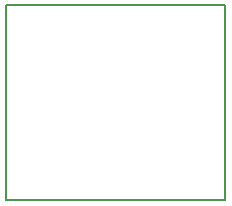
<source format=gm1>
G04 #@! TF.FileFunction,Profile,NP*
%FSLAX46Y46*%
G04 Gerber Fmt 4.6, Leading zero omitted, Abs format (unit mm)*
G04 Created by KiCad (PCBNEW 4.0.6+dfsg1-1) date Wed May  9 09:06:51 2018*
%MOMM*%
%LPD*%
G01*
G04 APERTURE LIST*
%ADD10C,0.100000*%
%ADD11C,0.150000*%
G04 APERTURE END LIST*
D10*
D11*
X134620000Y-102870000D02*
X134620000Y-86360000D01*
X153162000Y-102870000D02*
X134620000Y-102870000D01*
X153162000Y-86360000D02*
X153162000Y-102870000D01*
X134620000Y-86360000D02*
X153162000Y-86360000D01*
M02*

</source>
